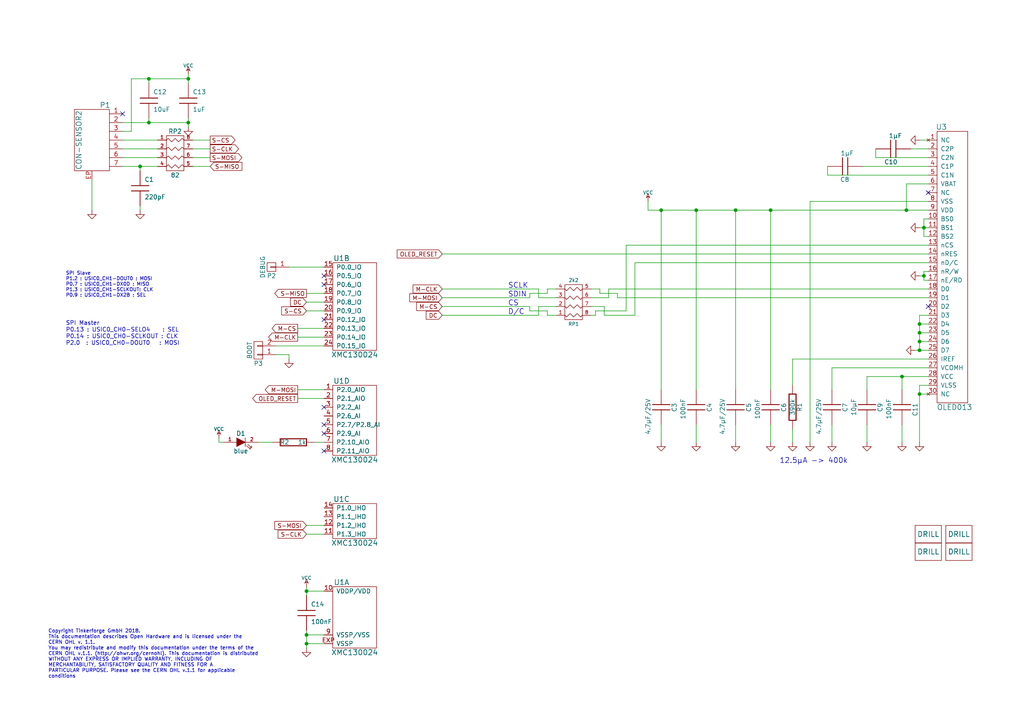
<source format=kicad_sch>
(kicad_sch (version 20230121) (generator eeschema)
  (paper "A4")
  (title_block (title "OLED 128x64") (date "2018-02-21") (rev "2.0") (company "Tinkerforge GmbH") (comment 1 "Licensed under CERN OHL v.1.1") (comment 2 "Copyright (©) 2018, L.Lauer <lukas@tinkerforge.com>"))
  (lib_symbols
    (symbol "tinkerforge:C" (pin_numbers hide) (pin_names (offset 0.254))
      (property "Reference" "C" (at 1.27 2.54 0))
      (property "Value" "C" (at 1.27 -2.54 0))
      (symbol "C_0_1"
        (polyline (pts (xy -2.54 -0.762) (xy 2.54 -0.762)) (stroke (width 0.254)))
        (polyline (pts (xy -2.54 0.762) (xy 2.54 0.762)) (stroke (width 0.254)))
      )
      (symbol "C_1_1"
        (pin passive line (at 0 5.08 270) (length 4.318) (name "~") (number "1"))
        (pin passive line (at 0 -5.08 90) (length 4.318) (name "~") (number "2"))
      )
    )
    (symbol "tinkerforge:CON-SENSOR2" (pin_names (offset 1.016))
      (property "Reference" "P" (at -3.81 10.16 0))
      (property "Value" "CON-SENSOR2" (at 3.81 0 90))
      (symbol "CON-SENSOR2_0_1"
        (rectangle (start -5.08 8.89) (end 5.08 -8.89))
      )
      (symbol "CON-SENSOR2_1_1"
        (pin passive line (at -8.89 7.62 0) (length 3.81) (name "~") (number "1"))
        (pin passive line (at -8.89 5.08 0) (length 3.81) (name "~") (number "2"))
        (pin passive line (at -8.89 2.54 0) (length 3.81) (name "~") (number "3"))
        (pin passive line (at -8.89 0 0) (length 3.81) (name "~") (number "4"))
        (pin passive line (at -8.89 -2.54 0) (length 3.81) (name "~") (number "5"))
        (pin passive line (at -8.89 -5.08 0) (length 3.81) (name "~") (number "6"))
        (pin passive line (at -8.89 -7.62 0) (length 3.81) (name "~") (number "7"))
        (pin passive line (at 0 -11.43 90) (length 2.54) (name "~") (number "EP"))
      )
    )
    (symbol "tinkerforge:CONN_01X01" (pin_names (offset 1.016) hide)
      (property "Reference" "P" (at 0 2.54 0))
      (property "Value" "CONN_01X01" (at 2.54 0 90))
      (symbol "CONN_01X01_0_1"
        (rectangle (start -1.27 0.127) (end 0.254 -0.127))
        (rectangle (start -1.27 1.27) (end 1.27 -1.27))
      )
      (symbol "CONN_01X01_1_1"
        (pin passive line (at -5.08 0 0) (length 3.81) (name "P1") (number "1"))
      )
    )
    (symbol "tinkerforge:CONN_01X02" (pin_names (offset 1.016) hide)
      (property "Reference" "P" (at 0 3.81 0))
      (property "Value" "CONN_01X02" (at 2.54 0 90))
      (symbol "CONN_01X02_0_1"
        (rectangle (start -1.27 -1.143) (end 0.254 -1.397))
        (rectangle (start -1.27 1.397) (end 0.254 1.143))
        (rectangle (start -1.27 2.54) (end 1.27 -2.54))
      )
      (symbol "CONN_01X02_1_1"
        (pin passive line (at -5.08 1.27 0) (length 3.81) (name "P1") (number "1"))
        (pin passive line (at -5.08 -1.27 0) (length 3.81) (name "P2") (number "2"))
      )
    )
    (symbol "tinkerforge:DRILL" (pin_numbers hide) (pin_names (offset 0) hide)
      (property "Value" "DRILL" (at 0 0 0))
      (symbol "DRILL_0_1"
        (rectangle (start -3.81 2.54) (end 3.81 -2.54))
      )
    )
    (symbol "tinkerforge:GND" (power) (pin_names (offset 0))
      (property "Value" "GND" (at 0 -5.08 0))
      (symbol "GND_0_1"
        (polyline (pts (xy 0 0) (xy 0 -1.27) (xy 1.27 -1.27) (xy 0 -2.54) (xy -1.27 -1.27) (xy 0 -1.27)))
      )
      (symbol "GND_1_1"
        (pin power_in line (at 0 0 270) (length 0) hide (name "GND") (number "1"))
      )
    )
    (symbol "tinkerforge:LED" (pin_names (offset 1.016) hide)
      (property "Reference" "D" (at 0 2.54 0))
      (property "Value" "LED" (at 0 -2.54 0))
      (symbol "LED_0_1"
        (polyline (pts (xy 1.27 1.27) (xy 1.27 -1.27)))
        (polyline (pts (xy -1.27 1.27) (xy 1.27 0) (xy -1.27 -1.27)) (fill (type outline)))
        (polyline (pts (xy 1.651 -1.016) (xy 2.794 -2.032) (xy 2.667 -1.397)))
        (polyline (pts (xy 2.032 -0.635) (xy 3.175 -1.651) (xy 3.048 -1.016)))
      )
      (symbol "LED_1_1"
        (pin passive line (at -5.08 0 0) (length 3.81) (name "A") (number "1"))
        (pin passive line (at 5.08 0 180) (length 3.81) (name "K") (number "2"))
      )
    )
    (symbol "tinkerforge:OLED013" (pin_names (offset 1.016))
      (property "Reference" "U" (at -3.81 40.64 0))
      (property "Value" "OLED013" (at 0 -40.64 0))
      (symbol "OLED013_0_1"
        (rectangle (start -5.08 39.37) (end 3.81 -39.37))
      )
      (symbol "OLED013_1_1"
        (pin no_connect line (at -7.62 36.83 0) (length 2.54) (name "NC") (number "1"))
        (pin passive line (at -7.62 13.97 0) (length 2.54) (name "BS0") (number "10"))
        (pin passive line (at -7.62 11.43 0) (length 2.54) (name "BS1") (number "11"))
        (pin passive line (at -7.62 8.89 0) (length 2.54) (name "BS2") (number "12"))
        (pin passive line (at -7.62 6.35 0) (length 2.54) (name "nCS") (number "13"))
        (pin passive line (at -7.62 3.81 0) (length 2.54) (name "nRES") (number "14"))
        (pin passive line (at -7.62 1.27 0) (length 2.54) (name "nD/C") (number "15"))
        (pin passive line (at -7.62 -1.27 0) (length 2.54) (name "nR/W") (number "16"))
        (pin passive line (at -7.62 -3.81 0) (length 2.54) (name "nE/RD") (number "17"))
        (pin passive line (at -7.62 -6.35 0) (length 2.54) (name "D0") (number "18"))
        (pin passive line (at -7.62 -8.89 0) (length 2.54) (name "D1") (number "19"))
        (pin passive line (at -7.62 34.29 0) (length 2.54) (name "C2P") (number "2"))
        (pin passive line (at -7.62 -11.43 0) (length 2.54) (name "D2") (number "20"))
        (pin passive line (at -7.62 -13.97 0) (length 2.54) (name "D3") (number "21"))
        (pin passive line (at -7.62 -16.51 0) (length 2.54) (name "D4") (number "22"))
        (pin passive line (at -7.62 -19.05 0) (length 2.54) (name "D5") (number "23"))
        (pin passive line (at -7.62 -21.59 0) (length 2.54) (name "D6") (number "24"))
        (pin passive line (at -7.62 -24.13 0) (length 2.54) (name "D7") (number "25"))
        (pin passive line (at -7.62 -26.67 0) (length 2.54) (name "IREF") (number "26"))
        (pin passive line (at -7.62 -29.21 0) (length 2.54) (name "VCOMH") (number "27"))
        (pin passive line (at -7.62 -31.75 0) (length 2.54) (name "VCC") (number "28"))
        (pin passive line (at -7.62 -34.29 0) (length 2.54) (name "VLSS") (number "29"))
        (pin passive line (at -7.62 31.75 0) (length 2.54) (name "C2N") (number "3"))
        (pin no_connect line (at -7.62 -36.83 0) (length 2.54) (name "NC") (number "30"))
        (pin passive line (at -7.62 29.21 0) (length 2.54) (name "C1P") (number "4"))
        (pin passive line (at -7.62 26.67 0) (length 2.54) (name "C1N") (number "5"))
        (pin passive line (at -7.62 24.13 0) (length 2.54) (name "VBAT") (number "6"))
        (pin no_connect line (at -7.62 21.59 0) (length 2.54) (name "NC") (number "7"))
        (pin passive line (at -7.62 19.05 0) (length 2.54) (name "VSS") (number "8"))
        (pin passive line (at -7.62 16.51 0) (length 2.54) (name "VDD") (number "9"))
      )
    )
    (symbol "tinkerforge:R" (pin_numbers hide) (pin_names (offset 0))
      (property "Reference" "R" (at 2.032 0 90))
      (property "Value" "R" (at 0 0 90))
      (symbol "R_0_1"
        (rectangle (start -1.016 3.81) (end 1.016 -3.81) (stroke (width 0.3048)))
      )
      (symbol "R_1_1"
        (pin passive line (at 0 6.35 270) (length 2.54) (name "~") (number "1"))
        (pin passive line (at 0 -6.35 90) (length 2.54) (name "~") (number "2"))
      )
    )
    (symbol "tinkerforge:R_PACK4" (pin_names hide)
      (property "Reference" "RP" (at 0 11.43 0))
      (property "Value" "R_PACK4" (at 0 -1.27 0))
      (symbol "R_PACK4_0_1"
        (polyline (pts (xy -2.54 10.16) (xy -2.54 0) (xy 2.54 0) (xy 2.54 10.16) (xy -2.54 10.16)))
        (polyline (pts (xy -2.54 1.27) (xy -2.032 1.778) (xy -1.016 0.762) (xy 0 1.778) (xy 1.016 0.762) (xy 2.032 1.778) (xy 2.54 1.27)))
        (polyline (pts (xy -2.54 3.81) (xy -2.032 4.318) (xy -1.016 3.302) (xy 0 4.318) (xy 1.016 3.302) (xy 2.032 4.318) (xy 2.54 3.81)))
        (polyline (pts (xy -2.54 6.35) (xy -2.032 6.858) (xy -1.016 5.842) (xy 0 6.858) (xy 1.016 5.842) (xy 2.032 6.858) (xy 2.54 6.35)))
        (polyline (pts (xy -2.54 8.89) (xy -2.032 9.398) (xy -1.016 8.382) (xy 0 9.398) (xy 1.016 8.382) (xy 2.032 9.398) (xy 2.54 8.89)))
      )
      (symbol "R_PACK4_1_1"
        (pin passive line (at -5.08 8.89 0) (length 2.54) (name "P1") (number "1"))
        (pin passive line (at -5.08 6.35 0) (length 2.54) (name "P2") (number "2"))
        (pin passive line (at -5.08 3.81 0) (length 2.54) (name "P3") (number "3"))
        (pin passive line (at -5.08 1.27 0) (length 2.54) (name "P4") (number "4"))
        (pin passive line (at 5.08 1.27 180) (length 2.54) (name "R4") (number "5"))
        (pin passive line (at 5.08 3.81 180) (length 2.54) (name "R3") (number "6"))
        (pin passive line (at 5.08 6.35 180) (length 2.54) (name "R2") (number "7"))
        (pin passive line (at 5.08 8.89 180) (length 2.54) (name "R1") (number "8"))
      )
    )
    (symbol "tinkerforge:VCC" (power) (pin_names (offset 0))
      (property "Value" "VCC" (at 0 3.175 0))
      (symbol "VCC_0_0"
        (pin power_in line (at 0 0 90) (length 0) hide (name "VCC") (number "1"))
      )
      (symbol "VCC_0_1"
        (polyline (pts (xy 0 1.524) (xy 0 0)))
        (polyline (pts (xy 0 1.524) (xy 0.508 1.016) (xy 0 2.286) (xy -0.508 1.016) (xy 0 1.524) (xy 0 1.524)))
      )
    )
    (symbol "tinkerforge:XMC1XXX24" (pin_names (offset 1.016))
      (property "Reference" "U" (at -3.81 15.24 0))
      (property "Value" "XMC1XXX24" (at 0 -16.51 0))
      (symbol "XMC1XXX24_1_1"
        (rectangle (start -6.35 8.89) (end 6.35 -8.89))
        (pin passive line (at -8.89 7.62 0) (length 2.54) (name "VDDP/VDD") (number "10"))
        (pin passive line (at -8.89 -5.08 0) (length 2.54) (name "VSSP/VSS") (number "9"))
        (pin passive line (at -8.89 -7.62 0) (length 2.54) (name "VSSP") (number "EXP"))
      )
      (symbol "XMC1XXX24_2_1"
        (rectangle (start -6.35 12.7) (end 6.35 -12.7))
        (pin passive line (at -8.89 11.43 0) (length 2.54) (name "P0.0_IO") (number "15"))
        (pin passive line (at -8.89 8.89 0) (length 2.54) (name "P0.5_IO") (number "16"))
        (pin passive line (at -8.89 6.35 0) (length 2.54) (name "P0.6_IO") (number "17"))
        (pin passive line (at -8.89 3.81 0) (length 2.54) (name "P0.7_IO") (number "18"))
        (pin passive line (at -8.89 1.27 0) (length 2.54) (name "P0.8_IO") (number "19"))
        (pin passive line (at -8.89 -1.27 0) (length 2.54) (name "P0.9_IO") (number "20"))
        (pin passive line (at -8.89 -3.81 0) (length 2.54) (name "P0.12_IO") (number "21"))
        (pin passive line (at -8.89 -6.35 0) (length 2.54) (name "P0.13_IO") (number "22"))
        (pin passive line (at -8.89 -8.89 0) (length 2.54) (name "P0.14_IO") (number "23"))
        (pin passive line (at -8.89 -11.43 0) (length 2.54) (name "P0.15_IO") (number "24"))
      )
      (symbol "XMC1XXX24_3_1"
        (rectangle (start -6.35 5.08) (end 6.35 -5.08))
        (pin passive line (at -8.89 -3.81 0) (length 2.54) (name "P1.3_IHO") (number "11"))
        (pin passive line (at -8.89 -1.27 0) (length 2.54) (name "P1.2_IHO") (number "12"))
        (pin passive line (at -8.89 1.27 0) (length 2.54) (name "P1.1_IHO") (number "13"))
        (pin passive line (at -8.89 3.81 0) (length 2.54) (name "P1.0_IHO") (number "14"))
      )
      (symbol "XMC1XXX24_4_1"
        (rectangle (start -6.35 10.16) (end 6.35 -10.16))
        (pin passive line (at -8.89 8.89 0) (length 2.54) (name "P2.0_AIO") (number "1"))
        (pin passive line (at -8.89 6.35 0) (length 2.54) (name "P2.1_AIO") (number "2"))
        (pin passive line (at -8.89 3.81 0) (length 2.54) (name "P2.2_AI") (number "3"))
        (pin passive line (at -8.89 1.27 0) (length 2.54) (name "P2.6_AI") (number "4"))
        (pin passive line (at -8.89 -1.27 0) (length 2.54) (name "P2.7/P2.8_AI") (number "5"))
        (pin passive line (at -8.89 -3.81 0) (length 2.54) (name "P2.9_AI") (number "6"))
        (pin passive line (at -8.89 -6.35 0) (length 2.54) (name "P2.10_AIO") (number "7"))
        (pin passive line (at -8.89 -8.89 0) (length 2.54) (name "P2.11_AIO") (number "8"))
      )
    )
  )
  (junction (at 54.61 22.86))
  (junction (at 261.62 109.22))
  (junction (at 213.36 60.96))
  (junction (at 266.7 93.98))
  (junction (at 40.64 48.26))
  (junction (at 266.7 99.06))
  (junction (at 266.7 114.3))
  (junction (at 88.9 171.45))
  (junction (at 262.89 60.96))
  (junction (at 54.61 35.56))
  (junction (at 43.18 22.86))
  (junction (at 266.7 96.52))
  (junction (at 267.97 66.04))
  (junction (at 43.18 35.56))
  (junction (at 223.52 60.96))
  (junction (at 267.97 80.01))
  (junction (at 88.9 184.15))
  (junction (at 191.77 60.96))
  (junction (at 201.93 60.96))
  (junction (at 266.7 101.6))
  (junction (at 88.9 186.69))
  (no_connect (at 93.98 82.55))
  (no_connect (at 93.98 80.01))
  (no_connect (at 35.56 33.02))
  (no_connect (at 93.98 125.73))
  (no_connect (at 269.24 88.9))
  (no_connect (at 93.98 130.81))
  (no_connect (at 93.98 92.71))
  (no_connect (at 269.24 55.88))
  (no_connect (at 93.98 118.11))
  (no_connect (at 93.98 123.19))
  (wire (pts (xy 269.24 53.34) (xy 262.89 53.34)))
  (wire (pts (xy 35.56 38.1) (xy 38.1 38.1)))
  (wire (pts (xy 88.9 182.88) (xy 88.9 184.15)))
  (wire (pts (xy 251.46 109.22) (xy 251.46 113.03)))
  (wire (pts (xy 269.24 83.82) (xy 176.53 83.82)))
  (wire (pts (xy 241.3 106.68) (xy 241.3 113.03)))
  (wire (pts (xy 229.87 124.46) (xy 229.87 128.27)))
  (wire (pts (xy 262.89 53.34) (xy 262.89 60.96)))
  (wire (pts (xy 26.67 52.07) (xy 26.67 60.96)))
  (wire (pts (xy 184.15 76.2) (xy 269.24 76.2)))
  (wire (pts (xy 269.24 78.74) (xy 267.97 78.74)))
  (wire (pts (xy 266.7 93.98) (xy 266.7 91.44)))
  (wire (pts (xy 93.98 184.15) (xy 88.9 184.15)))
  (wire (pts (xy 267.97 63.5) (xy 269.24 63.5)))
  (wire (pts (xy 171.45 91.44) (xy 172.72 91.44)))
  (wire (pts (xy 93.98 171.45) (xy 88.9 171.45)))
  (wire (pts (xy 267.97 80.01) (xy 267.97 81.28)))
  (wire (pts (xy 88.9 184.15) (xy 88.9 186.69)))
  (wire (pts (xy 156.21 91.44) (xy 156.21 88.9)))
  (wire (pts (xy 93.98 186.69) (xy 88.9 186.69)))
  (wire (pts (xy 88.9 171.45) (xy 88.9 172.72)))
  (wire (pts (xy 88.9 186.69) (xy 88.9 187.96)))
  (wire (pts (xy 55.88 45.72) (xy 60.96 45.72)))
  (wire (pts (xy 43.18 35.56) (xy 54.61 35.56)))
  (wire (pts (xy 45.72 45.72) (xy 35.56 45.72)))
  (wire (pts (xy 269.24 106.68) (xy 241.3 106.68)))
  (wire (pts (xy 158.75 91.44) (xy 158.75 90.17)))
  (wire (pts (xy 241.3 128.27) (xy 241.3 123.19)))
  (wire (pts (xy 55.88 40.64) (xy 60.96 40.64)))
  (wire (pts (xy 184.15 91.44) (xy 184.15 76.2)))
  (wire (pts (xy 40.64 49.53) (xy 40.64 48.26)))
  (wire (pts (xy 266.7 114.3) (xy 266.7 128.27)))
  (wire (pts (xy 269.24 101.6) (xy 266.7 101.6)))
  (wire (pts (xy 86.36 113.03) (xy 93.98 113.03)))
  (wire (pts (xy 40.64 48.26) (xy 45.72 48.26)))
  (wire (pts (xy 176.53 86.36) (xy 171.45 86.36)))
  (wire (pts (xy 153.67 90.17) (xy 153.67 88.9)))
  (wire (pts (xy 250.19 48.26) (xy 269.24 48.26)))
  (wire (pts (xy 158.75 90.17) (xy 153.67 90.17)))
  (wire (pts (xy 153.67 85.09) (xy 153.67 86.36)))
  (wire (pts (xy 223.52 60.96) (xy 262.89 60.96)))
  (wire (pts (xy 266.7 40.64) (xy 269.24 40.64)))
  (wire (pts (xy 266.7 66.04) (xy 267.97 66.04)))
  (wire (pts (xy 43.18 34.29) (xy 43.18 35.56)))
  (wire (pts (xy 269.24 114.3) (xy 266.7 114.3)))
  (wire (pts (xy 191.77 128.27) (xy 191.77 123.19)))
  (wire (pts (xy 88.9 170.18) (xy 88.9 171.45)))
  (wire (pts (xy 181.61 71.12) (xy 181.61 90.17)))
  (wire (pts (xy 223.52 128.27) (xy 223.52 123.19)))
  (wire (pts (xy 172.72 91.44) (xy 172.72 90.17)))
  (wire (pts (xy 181.61 71.12) (xy 269.24 71.12)))
  (wire (pts (xy 63.5 127) (xy 63.5 128.27)))
  (wire (pts (xy 266.7 91.44) (xy 269.24 91.44)))
  (wire (pts (xy 175.26 91.44) (xy 175.26 88.9)))
  (wire (pts (xy 161.29 83.82) (xy 158.75 83.82)))
  (wire (pts (xy 88.9 85.09) (xy 93.98 85.09)))
  (wire (pts (xy 93.98 154.94) (xy 88.9 154.94)))
  (wire (pts (xy 187.96 58.42) (xy 187.96 60.96)))
  (wire (pts (xy 179.07 86.36) (xy 179.07 85.09)))
  (wire (pts (xy 191.77 113.03) (xy 191.77 60.96)))
  (wire (pts (xy 254 45.72) (xy 254 43.18)))
  (wire (pts (xy 175.26 88.9) (xy 171.45 88.9)))
  (wire (pts (xy 213.36 113.03) (xy 213.36 60.96)))
  (wire (pts (xy 54.61 22.86) (xy 54.61 24.13)))
  (wire (pts (xy 266.7 101.6) (xy 265.43 101.6)))
  (wire (pts (xy 161.29 91.44) (xy 158.75 91.44)))
  (wire (pts (xy 267.97 63.5) (xy 267.97 66.04)))
  (wire (pts (xy 172.72 90.17) (xy 181.61 90.17)))
  (wire (pts (xy 261.62 113.03) (xy 261.62 109.22)))
  (wire (pts (xy 187.96 60.96) (xy 191.77 60.96)))
  (wire (pts (xy 262.89 60.96) (xy 269.24 60.96)))
  (wire (pts (xy 251.46 123.19) (xy 251.46 128.27)))
  (wire (pts (xy 63.5 128.27) (xy 64.77 128.27)))
  (wire (pts (xy 153.67 86.36) (xy 128.27 86.36)))
  (wire (pts (xy 223.52 113.03) (xy 223.52 60.96)))
  (wire (pts (xy 161.29 86.36) (xy 156.21 86.36)))
  (wire (pts (xy 261.62 123.19) (xy 261.62 128.27)))
  (wire (pts (xy 43.18 22.86) (xy 54.61 22.86)))
  (wire (pts (xy 35.56 48.26) (xy 40.64 48.26)))
  (wire (pts (xy 38.1 22.86) (xy 43.18 22.86)))
  (wire (pts (xy 213.36 60.96) (xy 223.52 60.96)))
  (wire (pts (xy 269.24 93.98) (xy 266.7 93.98)))
  (wire (pts (xy 191.77 60.96) (xy 201.93 60.96)))
  (wire (pts (xy 173.99 83.82) (xy 171.45 83.82)))
  (wire (pts (xy 128.27 73.66) (xy 269.24 73.66)))
  (wire (pts (xy 54.61 21.59) (xy 54.61 22.86)))
  (wire (pts (xy 184.15 91.44) (xy 175.26 91.44)))
  (wire (pts (xy 93.98 87.63) (xy 88.9 87.63)))
  (wire (pts (xy 266.7 101.6) (xy 266.7 99.06)))
  (wire (pts (xy 267.97 78.74) (xy 267.97 80.01)))
  (wire (pts (xy 74.93 128.27) (xy 78.74 128.27)))
  (wire (pts (xy 266.7 96.52) (xy 266.7 93.98)))
  (wire (pts (xy 153.67 88.9) (xy 128.27 88.9)))
  (wire (pts (xy 201.93 60.96) (xy 213.36 60.96)))
  (wire (pts (xy 269.24 111.76) (xy 266.7 111.76)))
  (wire (pts (xy 267.97 66.04) (xy 269.24 66.04)))
  (wire (pts (xy 266.7 99.06) (xy 266.7 96.52)))
  (wire (pts (xy 60.96 48.26) (xy 55.88 48.26)))
  (wire (pts (xy 269.24 50.8) (xy 240.03 50.8)))
  (wire (pts (xy 45.72 40.64) (xy 35.56 40.64)))
  (wire (pts (xy 269.24 96.52) (xy 266.7 96.52)))
  (wire (pts (xy 156.21 88.9) (xy 161.29 88.9)))
  (wire (pts (xy 40.64 59.69) (xy 40.64 60.96)))
  (wire (pts (xy 269.24 45.72) (xy 254 45.72)))
  (wire (pts (xy 269.24 86.36) (xy 179.07 86.36)))
  (wire (pts (xy 80.01 102.87) (xy 83.82 102.87)))
  (wire (pts (xy 269.24 99.06) (xy 266.7 99.06)))
  (wire (pts (xy 80.01 100.33) (xy 93.98 100.33)))
  (wire (pts (xy 267.97 80.01) (xy 266.7 80.01)))
  (wire (pts (xy 156.21 86.36) (xy 156.21 83.82)))
  (wire (pts (xy 240.03 50.8) (xy 240.03 48.26)))
  (wire (pts (xy 266.7 111.76) (xy 266.7 114.3)))
  (wire (pts (xy 201.93 128.27) (xy 201.93 123.19)))
  (wire (pts (xy 173.99 85.09) (xy 173.99 83.82)))
  (wire (pts (xy 267.97 66.04) (xy 267.97 68.58)))
  (wire (pts (xy 43.18 24.13) (xy 43.18 22.86)))
  (wire (pts (xy 264.16 43.18) (xy 269.24 43.18)))
  (wire (pts (xy 35.56 43.18) (xy 45.72 43.18)))
  (wire (pts (xy 261.62 109.22) (xy 251.46 109.22)))
  (wire (pts (xy 88.9 90.17) (xy 93.98 90.17)))
  (wire (pts (xy 93.98 115.57) (xy 86.36 115.57)))
  (wire (pts (xy 158.75 83.82) (xy 158.75 85.09)))
  (wire (pts (xy 269.24 104.14) (xy 229.87 104.14)))
  (wire (pts (xy 179.07 85.09) (xy 173.99 85.09)))
  (wire (pts (xy 176.53 83.82) (xy 176.53 86.36)))
  (wire (pts (xy 54.61 35.56) (xy 54.61 36.83)))
  (wire (pts (xy 213.36 128.27) (xy 213.36 123.19)))
  (wire (pts (xy 35.56 35.56) (xy 43.18 35.56)))
  (wire (pts (xy 86.36 97.79) (xy 93.98 97.79)))
  (wire (pts (xy 234.95 58.42) (xy 234.95 128.27)))
  (wire (pts (xy 158.75 85.09) (xy 153.67 85.09)))
  (wire (pts (xy 60.96 43.18) (xy 55.88 43.18)))
  (wire (pts (xy 54.61 34.29) (xy 54.61 35.56)))
  (wire (pts (xy 201.93 113.03) (xy 201.93 60.96)))
  (wire (pts (xy 229.87 104.14) (xy 229.87 111.76)))
  (wire (pts (xy 267.97 68.58) (xy 269.24 68.58)))
  (wire (pts (xy 267.97 81.28) (xy 269.24 81.28)))
  (wire (pts (xy 93.98 77.47) (xy 83.82 77.47)))
  (wire (pts (xy 91.44 128.27) (xy 93.98 128.27)))
  (wire (pts (xy 93.98 95.25) (xy 86.36 95.25)))
  (wire (pts (xy 38.1 38.1) (xy 38.1 22.86)))
  (wire (pts (xy 88.9 152.4) (xy 93.98 152.4)))
  (wire (pts (xy 83.82 102.87) (xy 83.82 104.14)))
  (wire (pts (xy 269.24 109.22) (xy 261.62 109.22)))
  (wire (pts (xy 156.21 83.82) (xy 128.27 83.82)))
  (wire (pts (xy 156.21 91.44) (xy 128.27 91.44)))
  (wire (pts (xy 269.24 58.42) (xy 234.95 58.42)))
  (text "SPI Slave\nP1.2 : USIC0_CH1-DOUT0 : MOSI\nP0.7 : USIC0_CH1-DX0D : MISO\nP1.3 : USIC0_CH1-SCLKOUT: CLK\nP0.9 : USIC0_CH1-DX2B : SEL\n" (at 19.05 86.36 0) (effects (font (size 0.9906 0.9906)) (justify left bottom)))
  (text "Copyright Tinkerforge GmbH 2018.\nThis documentation describes Open Hardware and is licensed under the\nCERN OHL v. 1.1.\nYou may redistribute and modify this documentation under the terms of the\nCERN OHL v.1.1. (http://ohwr.org/cernohl). This documentation is distributed\nWITHOUT ANY EXPRESS OR IMPLIED WARRANTY, INCLUDING OF\nMERCHANTABILITY, SATISFACTORY QUALITY AND FITNESS FOR A\nPARTICULAR PURPOSE. Please see the CERN OHL v.1.1 for applicable\nconditions\n" (at 13.97 196.85 0) (effects (font (size 1.016 1.016)) (justify left bottom)))
  (text "D/C" (at 147.32 91.44 0) (effects (font (size 1.524 1.524)) (justify left bottom)))
  (text "CS" (at 147.32 88.9 0) (effects (font (size 1.524 1.524)) (justify left bottom)))
  (text "SDIN" (at 147.32 86.36 0) (effects (font (size 1.524 1.524)) (justify left bottom)))
  (text "12.5µA -> 400k" (at 226.06 134.62 0) (effects (font (size 1.524 1.524)) (justify left bottom)))
  (text "SCLK" (at 147.32 83.82 0) (effects (font (size 1.524 1.524)) (justify left bottom)))
  (text "SPI Master\nP0.13 : USIC0_CH0-SELO4    : SEL\nP0.14 : USIC0_CH0-SCLKOUT : CLK\nP2.0  : USIC0_CH0-DOUT0   : MOSI" (at 19.05 100.33 0) (effects (font (size 1.1938 1.1938)) (justify left bottom)))
  (global_label "OLED_RESET" (shape output) (at 86.36 115.57 180) (effects (font (size 1.1938 1.1938))) (property "Intersheetrefs" "${INTERSHEET_REFS}" (effects hide)))
  (global_label "M-CLK" (shape output) (at 86.36 97.79 180) (effects (font (size 1.1938 1.1938))) (property "Intersheetrefs" "${INTERSHEET_REFS}" (effects hide)))
  (global_label "S-CS" (shape input) (at 88.9 90.17 180) (effects (font (size 1.1938 1.1938))) (property "Intersheetrefs" "${INTERSHEET_REFS}" (effects hide)))
  (global_label "OLED_RESET" (shape input) (at 128.27 73.66 180) (effects (font (size 1.1938 1.1938))) (property "Intersheetrefs" "${INTERSHEET_REFS}" (effects hide)))
  (global_label "S-MISO" (shape output) (at 88.9 85.09 180) (effects (font (size 1.1938 1.1938))) (property "Intersheetrefs" "${INTERSHEET_REFS}" (effects hide)))
  (global_label "M-CS" (shape output) (at 86.36 95.25 180) (effects (font (size 1.1938 1.1938))) (property "Intersheetrefs" "${INTERSHEET_REFS}" (effects hide)))
  (global_label "S-CLK" (shape input) (at 88.9 154.94 180) (effects (font (size 1.1938 1.1938))) (property "Intersheetrefs" "${INTERSHEET_REFS}" (effects hide)))
  (global_label "M-CS" (shape input) (at 128.27 88.9 180) (effects (font (size 1.1938 1.1938))) (property "Intersheetrefs" "${INTERSHEET_REFS}" (effects hide)))
  (global_label "M-MOSI" (shape output) (at 86.36 113.03 180) (effects (font (size 1.1938 1.1938))) (property "Intersheetrefs" "${INTERSHEET_REFS}" (effects hide)))
  (global_label "DC" (shape input) (at 128.27 91.44 180) (effects (font (size 1.1938 1.1938))) (property "Intersheetrefs" "${INTERSHEET_REFS}" (effects hide)))
  (global_label "S-MOSI" (shape output) (at 60.96 45.72 0) (effects (font (size 1.1938 1.1938))) (property "Intersheetrefs" "${INTERSHEET_REFS}" (effects hide)))
  (global_label "S-CS" (shape output) (at 60.96 40.64 0) (effects (font (size 1.1938 1.1938))) (property "Intersheetrefs" "${INTERSHEET_REFS}" (effects hide)))
  (global_label "M-MOSI" (shape input) (at 128.27 86.36 180) (effects (font (size 1.1938 1.1938))) (property "Intersheetrefs" "${INTERSHEET_REFS}" (effects hide)))
  (global_label "S-MOSI" (shape input) (at 88.9 152.4 180) (effects (font (size 1.1938 1.1938))) (property "Intersheetrefs" "${INTERSHEET_REFS}" (effects hide)))
  (global_label "S-MISO" (shape input) (at 60.96 48.26 0) (effects (font (size 1.1938 1.1938))) (property "Intersheetrefs" "${INTERSHEET_REFS}" (effects hide)))
  (global_label "S-CLK" (shape output) (at 60.96 43.18 0) (effects (font (size 1.1938 1.1938))) (property "Intersheetrefs" "${INTERSHEET_REFS}" (effects hide)))
  (global_label "DC" (shape input) (at 88.9 87.63 180) (effects (font (size 1.1938 1.1938))) (property "Intersheetrefs" "${INTERSHEET_REFS}" (effects hide)))
  (global_label "M-CLK" (shape input) (at 128.27 83.82 180) (effects (font (size 1.1938 1.1938))) (property "Intersheetrefs" "${INTERSHEET_REFS}" (effects hide)))
  (symbol (lib_id "tinkerforge:DRILL") (at 278.13 154.94 0) (unit 1)
    (property "Reference" "U6" (effects hide))
    (property "Value" "DRILL" (at 278.13 154.94 0) (effects (font (size 1.524 1.524))))
    (property "Footprint" "kicad-libraries:DRILL_NP" (effects hide))
  )
  (symbol (lib_id "tinkerforge:DRILL") (at 278.13 160.02 0) (unit 1)
    (property "Reference" "U7" (effects hide))
    (property "Value" "DRILL" (at 278.13 160.02 0) (effects (font (size 1.524 1.524))))
    (property "Footprint" "kicad-libraries:DRILL_NP" (effects hide))
  )
  (symbol (lib_id "tinkerforge:DRILL") (at 269.24 154.94 0) (unit 1)
    (property "Reference" "U4" (effects hide))
    (property "Value" "DRILL" (at 269.24 154.94 0) (effects (font (size 1.524 1.524))))
    (property "Footprint" "kicad-libraries:DRILL_NP" (effects hide))
  )
  (symbol (lib_id "tinkerforge:DRILL") (at 269.24 160.02 0) (unit 1)
    (property "Reference" "U5" (effects hide))
    (property "Value" "DRILL" (at 269.24 160.02 0) (effects (font (size 1.524 1.524))))
    (property "Footprint" "kicad-libraries:DRILL_NP" (effects hide))
  )
  (symbol (lib_id "tinkerforge:GND") (at 54.61 36.83 0) (unit 1)
    (property "Reference" "#PWR01" (effects hide))
    (property "Value" "GND" (effects hide))
  )
  (symbol (lib_id "tinkerforge:GND") (at 40.64 60.96 0) (unit 1)
    (property "Reference" "#PWR02" (effects hide))
    (property "Value" "GND" (effects hide))
  )
  (symbol (lib_id "tinkerforge:GND") (at 26.67 60.96 0) (unit 1)
    (property "Reference" "#PWR03" (effects hide))
    (property "Value" "GND" (effects hide))
  )
  (symbol (lib_id "tinkerforge:OLED013") (at 276.86 77.47 0) (unit 1)
    (property "Reference" "U3" (at 273.05 36.83 0) (effects (font (size 1.524 1.524))))
    (property "Value" "OLED013" (at 276.86 118.11 0) (effects (font (size 1.524 1.524))))
    (property "Footprint" "kicad-libraries:ER-CON30HT-1" (effects hide))
  )
  (symbol (lib_id "tinkerforge:C") (at 261.62 118.11 180) (unit 1)
    (property "Reference" "C11" (at 265.43 116.84 90) (effects (justify left)))
    (property "Value" "100nF" (at 257.81 115.57 90) (effects (justify left)))
    (property "Footprint" "kicad-libraries:C0603F" (effects hide))
  )
  (symbol (lib_id "tinkerforge:C") (at 251.46 118.11 180) (unit 1)
    (property "Reference" "C9" (at 255.27 116.84 90) (effects (justify left)))
    (property "Value" "10µF" (at 247.65 115.57 90) (effects (justify left)))
    (property "Footprint" "kicad-libraries:C0805" (effects hide))
  )
  (symbol (lib_id "tinkerforge:R") (at 229.87 118.11 0) (unit 1)
    (property "Reference" "R1" (at 231.902 118.11 90))
    (property "Value" "390k" (at 229.87 118.11 90))
    (property "Footprint" "kicad-libraries:R0603F" (effects hide))
  )
  (symbol (lib_id "tinkerforge:C") (at 241.3 118.11 180) (unit 1)
    (property "Reference" "C7" (at 245.11 116.84 90) (effects (justify left)))
    (property "Value" "4.7µF/25V" (at 237.49 115.57 90) (effects (justify left)))
    (property "Footprint" "kicad-libraries:C0805" (effects hide))
  )
  (symbol (lib_id "tinkerforge:GND") (at 241.3 128.27 0) (unit 1)
    (property "Reference" "#PWR04" (effects hide))
    (property "Value" "GND" (effects hide))
  )
  (symbol (lib_id "tinkerforge:GND") (at 266.7 128.27 0) (unit 1)
    (property "Reference" "#PWR05" (effects hide))
    (property "Value" "GND" (effects hide))
  )
  (symbol (lib_id "tinkerforge:GND") (at 251.46 128.27 0) (unit 1)
    (property "Reference" "#PWR06" (effects hide))
    (property "Value" "GND" (effects hide))
  )
  (symbol (lib_id "tinkerforge:GND") (at 261.62 128.27 0) (unit 1)
    (property "Reference" "#PWR07" (effects hide))
    (property "Value" "GND" (effects hide))
  )
  (symbol (lib_id "tinkerforge:C") (at 191.77 118.11 180) (unit 1)
    (property "Reference" "C3" (at 195.58 116.84 90) (effects (justify left)))
    (property "Value" "4.7µF/25V" (at 187.96 115.57 90) (effects (justify left)))
    (property "Footprint" "kicad-libraries:C0805" (effects hide))
  )
  (symbol (lib_id "tinkerforge:C") (at 201.93 118.11 180) (unit 1)
    (property "Reference" "C4" (at 205.74 116.84 90) (effects (justify left)))
    (property "Value" "100nF" (at 198.12 115.57 90) (effects (justify left)))
    (property "Footprint" "kicad-libraries:C0603F" (effects hide))
  )
  (symbol (lib_id "tinkerforge:GND") (at 201.93 128.27 0) (unit 1)
    (property "Reference" "#PWR08" (effects hide))
    (property "Value" "GND" (effects hide))
  )
  (symbol (lib_id "tinkerforge:GND") (at 191.77 128.27 0) (unit 1)
    (property "Reference" "#PWR09" (effects hide))
    (property "Value" "GND" (effects hide))
  )
  (symbol (lib_id "tinkerforge:GND") (at 234.95 128.27 0) (unit 1)
    (property "Reference" "#PWR010" (effects hide))
    (property "Value" "GND" (effects hide))
  )
  (symbol (lib_id "tinkerforge:C") (at 259.08 43.18 90) (unit 1)
    (property "Reference" "C10" (at 260.35 46.99 90) (effects (justify left)))
    (property "Value" "1µF" (at 261.62 39.37 90) (effects (justify left)))
    (property "Footprint" "kicad-libraries:C0603F" (effects hide))
  )
  (symbol (lib_id "tinkerforge:C") (at 245.11 48.26 90) (unit 1)
    (property "Reference" "C8" (at 246.38 52.07 90) (effects (justify left)))
    (property "Value" "1µF" (at 247.65 44.45 90) (effects (justify left)))
    (property "Footprint" "kicad-libraries:C0603F" (effects hide))
  )
  (symbol (lib_id "tinkerforge:GND") (at 229.87 128.27 0) (unit 1)
    (property "Reference" "#PWR011" (effects hide))
    (property "Value" "GND" (effects hide))
  )
  (symbol (lib_id "tinkerforge:GND") (at 266.7 40.64 270) (unit 1)
    (property "Reference" "#PWR017" (effects hide))
    (property "Value" "GND" (effects hide))
  )
  (symbol (lib_id "tinkerforge:C") (at 223.52 118.11 180) (unit 1)
    (property "Reference" "C6" (at 227.33 116.84 90) (effects (justify left)))
    (property "Value" "100nF" (at 219.71 115.57 90) (effects (justify left)))
    (property "Footprint" "kicad-libraries:C0603F" (effects hide))
  )
  (symbol (lib_id "tinkerforge:C") (at 213.36 118.11 180) (unit 1)
    (property "Reference" "C5" (at 217.17 116.84 90) (effects (justify left)))
    (property "Value" "4.7µF/25V" (at 209.55 115.57 90) (effects (justify left)))
    (property "Footprint" "kicad-libraries:C0805" (effects hide))
  )
  (symbol (lib_id "tinkerforge:GND") (at 213.36 128.27 0) (unit 1)
    (property "Reference" "#PWR012" (effects hide))
    (property "Value" "GND" (effects hide))
  )
  (symbol (lib_id "tinkerforge:GND") (at 223.52 128.27 0) (unit 1)
    (property "Reference" "#PWR013" (effects hide))
    (property "Value" "GND" (effects hide))
  )
  (symbol (lib_id "tinkerforge:GND") (at 266.7 66.04 270) (unit 1)
    (property "Reference" "#PWR014" (effects hide))
    (property "Value" "GND" (effects hide))
  )
  (symbol (lib_id "tinkerforge:GND") (at 266.7 80.01 270) (unit 1)
    (property "Reference" "#PWR015" (effects hide))
    (property "Value" "GND" (effects hide))
  )
  (symbol (lib_id "tinkerforge:GND") (at 265.43 101.6 270) (unit 1)
    (property "Reference" "#PWR016" (effects hide))
    (property "Value" "GND" (effects hide))
  )
  (symbol (lib_id "tinkerforge:R_PACK4") (at 166.37 82.55 0) (mirror x) (unit 1)
    (property "Reference" "RP1" (at 166.37 93.98 0) (effects (font (size 1.016 1.016))))
    (property "Value" "2k2" (at 166.37 81.28 0) (effects (font (size 1.016 1.016))))
    (property "Footprint" "kicad-libraries:0603X4" (effects hide))
  )
  (symbol (lib_id "tinkerforge:CON-SENSOR2") (at 26.67 40.64 0) (mirror y) (unit 1)
    (property "Reference" "P1" (at 30.48 30.48 0) (effects (font (size 1.524 1.524))))
    (property "Value" "CON-SENSOR2" (at 22.86 40.64 90) (effects (font (size 1.524 1.524))))
    (property "Footprint" "kicad-libraries:CON-SENSOR2" (effects hide))
  )
  (symbol (lib_id "tinkerforge:VCC") (at 54.61 21.59 0) (unit 1)
    (property "Reference" "#PWR018" (effects hide))
    (property "Value" "VCC" (at 54.61 19.05 0) (effects (font (size 0.9906 0.9906))))
  )
  (symbol (lib_id "tinkerforge:VCC") (at 187.96 58.42 0) (unit 1)
    (property "Reference" "#PWR019" (effects hide))
    (property "Value" "VCC" (at 187.96 55.88 0) (effects (font (size 0.9906 0.9906))))
  )
  (symbol (lib_id "tinkerforge:C") (at 43.18 29.21 0) (unit 1)
    (property "Reference" "C12" (at 44.45 26.67 0) (effects (justify left)))
    (property "Value" "10uF" (at 44.45 31.75 0) (effects (justify left)))
    (property "Footprint" "kicad-libraries:C0805" (effects hide))
  )
  (symbol (lib_id "tinkerforge:C") (at 54.61 29.21 0) (unit 1)
    (property "Reference" "C13" (at 55.88 26.67 0) (effects (justify left)))
    (property "Value" "1uF" (at 55.88 31.75 0) (effects (justify left)))
    (property "Footprint" "kicad-libraries:C0603F" (effects hide))
  )
  (symbol (lib_id "tinkerforge:C") (at 40.64 54.61 0) (unit 1)
    (property "Reference" "C1" (at 41.91 52.07 0) (effects (justify left)))
    (property "Value" "220pF" (at 41.91 57.15 0) (effects (justify left)))
    (property "Footprint" "kicad-libraries:C0402F" (effects hide))
  )
  (symbol (lib_id "tinkerforge:R_PACK4") (at 50.8 49.53 0) (unit 1)
    (property "Reference" "RP2" (at 50.8 38.1 0))
    (property "Value" "82" (at 50.8 50.8 0))
    (property "Footprint" "kicad-libraries:4X0402" (effects hide))
  )
  (symbol (lib_id "tinkerforge:XMC1XXX24") (at 102.87 121.92 0) (unit 4)
    (property "Reference" "U1" (at 99.06 110.49 0) (effects (font (size 1.524 1.524))))
    (property "Value" "XMC130024" (at 102.87 133.35 0) (effects (font (size 1.524 1.524))))
    (property "Footprint" "kicad-libraries:QFN24-4x4mm-0.5mm" (effects hide))
  )
  (symbol (lib_id "tinkerforge:XMC1XXX24") (at 102.87 88.9 0) (unit 2)
    (property "Reference" "U1" (at 99.06 74.93 0) (effects (font (size 1.524 1.524))))
    (property "Value" "XMC130024" (at 102.87 102.87 0) (effects (font (size 1.524 1.524))))
    (property "Footprint" "kicad-libraries:QFN24-4x4mm-0.5mm" (effects hide))
  )
  (symbol (lib_id "tinkerforge:XMC1XXX24") (at 102.87 151.13 0) (unit 3)
    (property "Reference" "U1" (at 99.06 144.78 0) (effects (font (size 1.524 1.524))))
    (property "Value" "XMC130024" (at 102.87 157.48 0) (effects (font (size 1.524 1.524))))
    (property "Footprint" "kicad-libraries:QFN24-4x4mm-0.5mm" (effects hide))
  )
  (symbol (lib_id "tinkerforge:XMC1XXX24") (at 102.87 179.07 0) (unit 1)
    (property "Reference" "U1" (at 99.06 168.91 0) (effects (font (size 1.524 1.524))))
    (property "Value" "XMC130024" (at 102.87 189.23 0) (effects (font (size 1.524 1.524))))
    (property "Footprint" "kicad-libraries:QFN24-4x4mm-0.5mm" (effects hide))
  )
  (symbol (lib_id "tinkerforge:C") (at 88.9 177.8 0) (unit 1)
    (property "Reference" "C14" (at 90.17 175.26 0) (effects (justify left)))
    (property "Value" "100nF" (at 90.17 180.34 0) (effects (justify left)))
    (property "Footprint" "kicad-libraries:C0603F" (effects hide))
  )
  (symbol (lib_id "tinkerforge:GND") (at 88.9 187.96 0) (unit 1)
    (property "Reference" "#PWR020" (effects hide))
    (property "Value" "GND" (effects hide))
  )
  (symbol (lib_id "tinkerforge:VCC") (at 88.9 170.18 0) (unit 1)
    (property "Reference" "#PWR021" (effects hide))
    (property "Value" "VCC" (at 88.9 167.64 0) (effects (font (size 0.9906 0.9906))))
  )
  (symbol (lib_id "tinkerforge:CONN_01X01") (at 78.74 77.47 180) (unit 1)
    (property "Reference" "P2" (at 78.74 80.01 0))
    (property "Value" "DEBUG" (at 76.2 77.47 90))
    (property "Footprint" "kicad-libraries:DEBUG_PAD" (effects hide))
  )
  (symbol (lib_id "tinkerforge:CONN_01X02") (at 74.93 101.6 180) (unit 1)
    (property "Reference" "P3" (at 74.93 105.41 0))
    (property "Value" "BOOT" (at 72.39 101.6 90))
    (property "Footprint" "kicad-libraries:SolderJumper" (effects hide))
  )
  (symbol (lib_id "tinkerforge:GND") (at 83.82 104.14 0) (unit 1)
    (property "Reference" "#PWR023" (effects hide))
    (property "Value" "GND" (effects hide))
  )
  (symbol (lib_id "tinkerforge:R") (at 85.09 128.27 270) (unit 1)
    (property "Reference" "R2" (at 82.55 128.27 90))
    (property "Value" "1k" (at 87.63 128.27 90))
    (property "Footprint" "kicad-libraries:R0603F" (effects hide))
  )
  (symbol (lib_id "tinkerforge:LED") (at 69.85 128.27 0) (unit 1)
    (property "Reference" "D1" (at 69.85 125.73 0))
    (property "Value" "blue" (at 69.85 130.81 0))
    (property "Footprint" "kicad-libraries:D0603F" (effects hide))
  )
  (symbol (lib_id "tinkerforge:VCC") (at 63.5 127 0) (unit 1)
    (property "Reference" "#PWR022" (effects hide))
    (property "Value" "VCC" (at 63.5 124.46 0) (effects (font (size 0.9906 0.9906))))
  )
)
</source>
